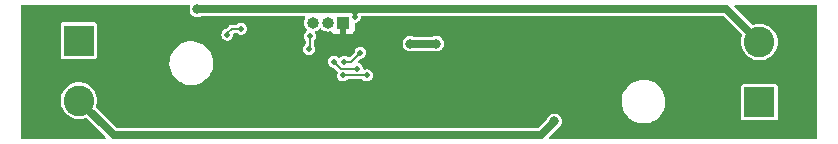
<source format=gbr>
%TF.GenerationSoftware,KiCad,Pcbnew,7.0.7*%
%TF.CreationDate,2023-10-02T21:32:42+02:00*%
%TF.ProjectId,circuitBreaker2.0,63697263-7569-4744-9272-65616b657232,rev?*%
%TF.SameCoordinates,Original*%
%TF.FileFunction,Copper,L2,Bot*%
%TF.FilePolarity,Positive*%
%FSLAX46Y46*%
G04 Gerber Fmt 4.6, Leading zero omitted, Abs format (unit mm)*
G04 Created by KiCad (PCBNEW 7.0.7) date 2023-10-02 21:32:42*
%MOMM*%
%LPD*%
G01*
G04 APERTURE LIST*
%TA.AperFunction,ComponentPad*%
%ADD10R,2.600000X2.600000*%
%TD*%
%TA.AperFunction,ComponentPad*%
%ADD11C,2.600000*%
%TD*%
%TA.AperFunction,ComponentPad*%
%ADD12R,1.000000X1.000000*%
%TD*%
%TA.AperFunction,ComponentPad*%
%ADD13O,1.000000X1.000000*%
%TD*%
%TA.AperFunction,ViaPad*%
%ADD14C,0.500000*%
%TD*%
%TA.AperFunction,ViaPad*%
%ADD15C,0.800000*%
%TD*%
%TA.AperFunction,Conductor*%
%ADD16C,0.200000*%
%TD*%
%TA.AperFunction,Conductor*%
%ADD17C,0.700000*%
%TD*%
G04 APERTURE END LIST*
D10*
%TO.P,J103,1,Pin_1*%
%TO.N,Net-(D106-A)*%
X148805000Y-74545000D03*
D11*
%TO.P,J103,2,Pin_2*%
%TO.N,Net-(D110-A)*%
X148805000Y-69465000D03*
%TD*%
D10*
%TO.P,J104,1,Pin_1*%
%TO.N,Net-(D110-A)*%
X91195000Y-69337000D03*
D11*
%TO.P,J104,2,Pin_2*%
%TO.N,Net-(D108-A)*%
X91195000Y-74417000D03*
%TD*%
D12*
%TO.P,J105,1,Pin_1*%
%TO.N,GND*%
X113538000Y-67818000D03*
D13*
%TO.P,J105,2,Pin_2*%
%TO.N,+5V*%
X112268000Y-67818000D03*
%TO.P,J105,3,Pin_3*%
%TO.N,/UDPI*%
X110998000Y-67818000D03*
%TD*%
D14*
%TO.N,/CS*%
X115570000Y-72273826D03*
X113538000Y-72273826D03*
%TO.N,GND*%
X126111000Y-69977000D03*
X131445000Y-67818000D03*
X112522000Y-73279000D03*
X117475000Y-72136000D03*
X109474000Y-75184000D03*
X114935000Y-73787000D03*
X96139000Y-68580000D03*
X133350000Y-69850000D03*
X152146000Y-75819000D03*
X143002000Y-71628000D03*
X138811000Y-67564000D03*
X131318000Y-69977000D03*
X128016000Y-69977000D03*
X127889000Y-75819000D03*
X151511000Y-67437000D03*
X106426000Y-67691000D03*
X138811000Y-68453000D03*
X99314000Y-74041000D03*
X135001000Y-69850000D03*
X111252000Y-73152000D03*
X123317000Y-68072000D03*
X135509000Y-76200000D03*
X107823000Y-70358000D03*
X117602000Y-76327000D03*
X136525000Y-71247000D03*
X131318000Y-74168000D03*
X104140000Y-67564000D03*
X106045000Y-73152000D03*
X114554000Y-76200000D03*
X88138000Y-67818000D03*
X144018000Y-75819000D03*
X108839000Y-69342000D03*
X112649000Y-75819000D03*
X102616000Y-74676000D03*
X88519000Y-76200000D03*
X127762000Y-73279000D03*
X124841000Y-68072000D03*
X102870000Y-71501000D03*
X145796000Y-69977000D03*
X117729000Y-73279000D03*
X101346000Y-68072000D03*
X117602000Y-74422000D03*
X143129000Y-68199000D03*
X109601000Y-73660000D03*
X134874000Y-73914000D03*
X100711000Y-76327000D03*
X127508000Y-67818000D03*
X105537000Y-75184000D03*
X104140000Y-73787000D03*
X108839000Y-70358000D03*
X107823000Y-69342000D03*
X118364000Y-69977000D03*
X97536000Y-75946000D03*
X94996000Y-70612000D03*
X116078000Y-70104000D03*
X117221000Y-68961000D03*
X133350000Y-74168000D03*
X144018000Y-67691000D03*
%TO.N,+5V*%
X103759000Y-68834000D03*
X104922926Y-68332500D03*
D15*
%TO.N,Net-(D108-A)*%
X131445000Y-76168000D03*
%TO.N,Net-(D110-A)*%
X101219000Y-66699500D03*
D14*
X114554000Y-67310000D03*
D15*
%TO.N,Net-(Q102-B)*%
X119253000Y-69596000D03*
X121451500Y-69596000D03*
D14*
%TO.N,/ON{slash}OFF*%
X112776000Y-71120000D03*
X114771500Y-71724326D03*
X110672500Y-70052500D03*
X110744000Y-68953500D03*
%TO.N,/power control*%
X115029000Y-70358000D03*
X113672500Y-71120000D03*
%TD*%
D16*
%TO.N,/CS*%
X113538000Y-72273826D02*
X115570000Y-72273826D01*
%TO.N,+5V*%
X104133500Y-68332500D02*
X104922926Y-68332500D01*
X103759000Y-68834000D02*
X103759000Y-68707000D01*
X103759000Y-68707000D02*
X104133500Y-68332500D01*
D17*
%TO.N,Net-(D108-A)*%
X131445000Y-76168000D02*
X131445000Y-76200000D01*
X94128000Y-77350000D02*
X91195000Y-74417000D01*
X130295000Y-77350000D02*
X94128000Y-77350000D01*
X131445000Y-76200000D02*
X130295000Y-77350000D01*
%TO.N,Net-(D110-A)*%
X148805000Y-69465000D02*
X145990000Y-66650000D01*
X145990000Y-66650000D02*
X115189000Y-66650000D01*
X114046000Y-66650000D02*
X101268500Y-66650000D01*
D16*
X114554000Y-67158000D02*
X114046000Y-66650000D01*
X114554000Y-67310000D02*
X114554000Y-67170500D01*
D17*
X101268500Y-66650000D02*
X101219000Y-66699500D01*
X115189000Y-66650000D02*
X114046000Y-66650000D01*
D16*
X115074500Y-66650000D02*
X115189000Y-66650000D01*
X114554000Y-67170500D02*
X115074500Y-66650000D01*
X114554000Y-67310000D02*
X114554000Y-67158000D01*
D17*
%TO.N,Net-(Q102-B)*%
X119253000Y-69596000D02*
X121451500Y-69596000D01*
D16*
%TO.N,/ON{slash}OFF*%
X113380326Y-71724326D02*
X114771500Y-71724326D01*
X112776000Y-71120000D02*
X113380326Y-71724326D01*
X110744000Y-69981000D02*
X110672500Y-70052500D01*
X110744000Y-68953500D02*
X110744000Y-69981000D01*
%TO.N,/power control*%
X113672500Y-71120000D02*
X114267000Y-71120000D01*
X114267000Y-71120000D02*
X115029000Y-70358000D01*
%TD*%
%TA.AperFunction,Conductor*%
%TO.N,GND*%
G36*
X100562004Y-66320185D02*
G01*
X100607759Y-66372989D01*
X100617703Y-66442147D01*
X100610907Y-66468471D01*
X100582763Y-66542681D01*
X100563722Y-66699499D01*
X100563722Y-66699500D01*
X100582762Y-66856318D01*
X100638780Y-67004023D01*
X100728517Y-67134030D01*
X100846760Y-67238783D01*
X100846762Y-67238784D01*
X100986634Y-67312196D01*
X101140014Y-67350000D01*
X101140015Y-67350000D01*
X101297985Y-67350000D01*
X101451365Y-67312196D01*
X101541852Y-67264703D01*
X101599478Y-67250500D01*
X110243865Y-67250500D01*
X110310904Y-67270185D01*
X110356659Y-67322989D01*
X110366603Y-67392147D01*
X110348859Y-67440472D01*
X110317545Y-67490307D01*
X110261685Y-67649943D01*
X110242751Y-67817997D01*
X110242751Y-67818002D01*
X110261685Y-67986056D01*
X110317545Y-68145694D01*
X110317547Y-68145697D01*
X110407518Y-68288884D01*
X110407523Y-68288890D01*
X110472766Y-68354133D01*
X110506251Y-68415456D01*
X110501267Y-68485148D01*
X110459395Y-68541081D01*
X110452127Y-68546128D01*
X110412873Y-68571355D01*
X110318623Y-68680126D01*
X110318622Y-68680128D01*
X110258834Y-68811043D01*
X110238353Y-68953500D01*
X110258834Y-69095956D01*
X110313723Y-69216143D01*
X110318623Y-69226873D01*
X110363213Y-69278333D01*
X110392238Y-69341888D01*
X110393500Y-69359535D01*
X110393500Y-69569147D01*
X110373815Y-69636186D01*
X110346856Y-69663148D01*
X110348072Y-69664552D01*
X110341366Y-69670362D01*
X110247125Y-69779122D01*
X110247122Y-69779128D01*
X110187334Y-69910043D01*
X110166853Y-70052499D01*
X110166853Y-70052500D01*
X110169797Y-70072981D01*
X110187334Y-70194956D01*
X110226367Y-70280424D01*
X110247123Y-70325873D01*
X110341372Y-70434643D01*
X110462447Y-70512453D01*
X110462450Y-70512454D01*
X110462449Y-70512454D01*
X110600536Y-70552999D01*
X110600538Y-70553000D01*
X110600539Y-70553000D01*
X110744462Y-70553000D01*
X110744462Y-70552999D01*
X110882553Y-70512453D01*
X111003628Y-70434643D01*
X111097877Y-70325873D01*
X111157665Y-70194957D01*
X111178147Y-70052500D01*
X111157665Y-69910043D01*
X111105705Y-69796269D01*
X111094500Y-69744758D01*
X111094500Y-69596000D01*
X118597721Y-69596000D01*
X118616762Y-69752818D01*
X118659350Y-69865112D01*
X118672780Y-69900523D01*
X118762517Y-70030530D01*
X118880760Y-70135283D01*
X118880762Y-70135284D01*
X119020634Y-70208696D01*
X119174014Y-70246500D01*
X119174015Y-70246500D01*
X119331985Y-70246500D01*
X119485365Y-70208696D01*
X119492377Y-70206037D01*
X119493069Y-70207862D01*
X119539166Y-70196500D01*
X121165334Y-70196500D01*
X121211430Y-70207862D01*
X121212123Y-70206037D01*
X121219134Y-70208696D01*
X121372514Y-70246500D01*
X121372515Y-70246500D01*
X121530485Y-70246500D01*
X121683865Y-70208696D01*
X121762558Y-70167394D01*
X121823740Y-70135283D01*
X121941983Y-70030530D01*
X122031720Y-69900523D01*
X122087737Y-69752818D01*
X122106778Y-69596000D01*
X122087737Y-69439182D01*
X122086508Y-69435942D01*
X122032659Y-69293954D01*
X122031720Y-69291477D01*
X121941983Y-69161470D01*
X121823740Y-69056717D01*
X121823738Y-69056716D01*
X121823737Y-69056715D01*
X121683865Y-68983303D01*
X121530486Y-68945500D01*
X121530485Y-68945500D01*
X121372515Y-68945500D01*
X121372514Y-68945500D01*
X121219134Y-68983303D01*
X121212123Y-68985963D01*
X121211430Y-68984137D01*
X121165334Y-68995500D01*
X119539166Y-68995500D01*
X119493069Y-68984137D01*
X119492377Y-68985963D01*
X119485365Y-68983303D01*
X119331986Y-68945500D01*
X119331985Y-68945500D01*
X119174015Y-68945500D01*
X119174014Y-68945500D01*
X119020634Y-68983303D01*
X118880762Y-69056715D01*
X118762516Y-69161471D01*
X118672781Y-69291475D01*
X118672780Y-69291476D01*
X118616762Y-69439181D01*
X118597721Y-69595999D01*
X118597721Y-69596000D01*
X111094500Y-69596000D01*
X111094500Y-69359535D01*
X111114185Y-69292496D01*
X111124782Y-69278337D01*
X111169377Y-69226873D01*
X111229165Y-69095957D01*
X111249647Y-68953500D01*
X111229165Y-68811043D01*
X111205357Y-68758911D01*
X111175851Y-68694302D01*
X111165907Y-68625143D01*
X111194932Y-68561587D01*
X111247690Y-68525749D01*
X111325690Y-68498456D01*
X111325693Y-68498453D01*
X111325697Y-68498452D01*
X111468884Y-68408481D01*
X111468885Y-68408480D01*
X111468890Y-68408477D01*
X111545319Y-68332047D01*
X111606642Y-68298563D01*
X111676334Y-68303547D01*
X111720681Y-68332048D01*
X111797109Y-68408476D01*
X111797115Y-68408481D01*
X111940302Y-68498452D01*
X111940305Y-68498454D01*
X111940309Y-68498455D01*
X111940310Y-68498456D01*
X112012913Y-68523860D01*
X112099943Y-68554314D01*
X112267997Y-68573249D01*
X112268000Y-68573249D01*
X112268003Y-68573249D01*
X112436052Y-68554314D01*
X112436052Y-68554313D01*
X112436059Y-68554313D01*
X112472537Y-68541548D01*
X112542311Y-68537986D01*
X112602939Y-68572714D01*
X112612755Y-68584279D01*
X112680809Y-68675187D01*
X112680812Y-68675190D01*
X112795906Y-68761350D01*
X112795913Y-68761354D01*
X112930620Y-68811596D01*
X112930627Y-68811598D01*
X112990155Y-68817999D01*
X112990172Y-68818000D01*
X113288000Y-68818000D01*
X113288000Y-68251709D01*
X113307685Y-68184670D01*
X113360489Y-68138915D01*
X113429647Y-68128971D01*
X113433481Y-68129584D01*
X113509564Y-68143000D01*
X113509568Y-68143000D01*
X113566432Y-68143000D01*
X113566436Y-68143000D01*
X113642469Y-68129593D01*
X113711906Y-68137337D01*
X113766136Y-68181393D01*
X113787938Y-68247774D01*
X113788000Y-68251709D01*
X113788000Y-68818000D01*
X114085828Y-68818000D01*
X114085844Y-68817999D01*
X114145372Y-68811598D01*
X114145379Y-68811596D01*
X114280086Y-68761354D01*
X114280093Y-68761350D01*
X114395187Y-68675190D01*
X114395190Y-68675187D01*
X114481350Y-68560093D01*
X114481354Y-68560086D01*
X114531596Y-68425379D01*
X114531598Y-68425372D01*
X114537999Y-68365844D01*
X114538000Y-68365827D01*
X114538000Y-67929153D01*
X114557685Y-67862114D01*
X114610489Y-67816359D01*
X114627066Y-67810176D01*
X114764050Y-67769954D01*
X114764050Y-67769953D01*
X114764053Y-67769953D01*
X114885128Y-67692143D01*
X114979377Y-67583373D01*
X115039165Y-67452457D01*
X115052911Y-67356853D01*
X115081936Y-67293297D01*
X115140714Y-67255523D01*
X115175649Y-67250500D01*
X145689903Y-67250500D01*
X145756942Y-67270185D01*
X145777584Y-67286819D01*
X147310977Y-68820212D01*
X147344462Y-68881535D01*
X147339478Y-68951227D01*
X147337858Y-68955345D01*
X147329114Y-68976456D01*
X147325828Y-68984388D01*
X147283314Y-69161470D01*
X147268853Y-69221702D01*
X147249706Y-69465000D01*
X147268853Y-69708297D01*
X147268853Y-69708300D01*
X147268854Y-69708302D01*
X147314408Y-69898047D01*
X147325830Y-69945619D01*
X147419222Y-70171089D01*
X147546737Y-70379173D01*
X147546738Y-70379176D01*
X147563517Y-70398821D01*
X147705241Y-70564759D01*
X147802601Y-70647912D01*
X147890823Y-70723261D01*
X147890826Y-70723262D01*
X148098910Y-70850777D01*
X148324381Y-70944169D01*
X148324378Y-70944169D01*
X148324384Y-70944170D01*
X148324388Y-70944172D01*
X148561698Y-71001146D01*
X148805000Y-71020294D01*
X149048302Y-71001146D01*
X149285612Y-70944172D01*
X149511089Y-70850777D01*
X149719179Y-70723259D01*
X149904759Y-70564759D01*
X150063259Y-70379179D01*
X150190777Y-70171089D01*
X150284172Y-69945612D01*
X150341146Y-69708302D01*
X150360294Y-69465000D01*
X150341146Y-69221698D01*
X150284172Y-68984388D01*
X150280887Y-68976457D01*
X150190777Y-68758910D01*
X150069268Y-68560627D01*
X150063261Y-68550825D01*
X150063261Y-68550823D01*
X149978735Y-68451856D01*
X149904759Y-68365241D01*
X149732399Y-68218032D01*
X149719176Y-68206738D01*
X149719173Y-68206737D01*
X149511089Y-68079222D01*
X149285618Y-67985830D01*
X149285621Y-67985830D01*
X149155432Y-67954574D01*
X149048302Y-67928854D01*
X149048300Y-67928853D01*
X149048297Y-67928853D01*
X148805000Y-67909706D01*
X148561702Y-67928853D01*
X148532229Y-67935928D01*
X148324388Y-67985828D01*
X148324386Y-67985828D01*
X148324385Y-67985829D01*
X148304608Y-67994021D01*
X148298846Y-67996408D01*
X148295345Y-67997858D01*
X148225875Y-68005326D01*
X148163396Y-67974050D01*
X148160212Y-67970977D01*
X146701416Y-66512181D01*
X146667931Y-66450858D01*
X146672915Y-66381166D01*
X146714787Y-66325233D01*
X146780251Y-66300816D01*
X146789097Y-66300500D01*
X153575500Y-66300500D01*
X153642539Y-66320185D01*
X153688294Y-66372989D01*
X153699500Y-66424500D01*
X153699500Y-77575500D01*
X153679815Y-77642539D01*
X153627011Y-77688294D01*
X153575500Y-77699500D01*
X131094097Y-77699500D01*
X131027058Y-77679815D01*
X130981303Y-77627011D01*
X130971359Y-77557853D01*
X131000384Y-77494297D01*
X131006416Y-77487819D01*
X131137619Y-77356615D01*
X131740152Y-76754081D01*
X131770206Y-76731968D01*
X131817236Y-76707285D01*
X131817235Y-76707285D01*
X131817240Y-76707283D01*
X131935483Y-76602530D01*
X132025220Y-76472523D01*
X132081237Y-76324818D01*
X132100278Y-76168000D01*
X132081237Y-76011182D01*
X132073602Y-75991051D01*
X132055280Y-75942739D01*
X132025220Y-75863477D01*
X131935483Y-75733470D01*
X131817240Y-75628717D01*
X131817238Y-75628716D01*
X131817237Y-75628715D01*
X131677365Y-75555303D01*
X131523986Y-75517500D01*
X131523985Y-75517500D01*
X131366015Y-75517500D01*
X131366014Y-75517500D01*
X131212634Y-75555303D01*
X131072762Y-75628715D01*
X130954516Y-75733471D01*
X130864779Y-75863478D01*
X130832972Y-75947343D01*
X130804712Y-75991051D01*
X130082584Y-76713181D01*
X130021261Y-76746666D01*
X129994903Y-76749500D01*
X94428097Y-76749500D01*
X94361058Y-76729815D01*
X94340416Y-76713181D01*
X92689022Y-75061787D01*
X92655537Y-75000464D01*
X92660521Y-74930772D01*
X92662123Y-74926698D01*
X92674172Y-74897612D01*
X92731146Y-74660302D01*
X92738429Y-74567763D01*
X137145787Y-74567763D01*
X137175413Y-74837013D01*
X137175415Y-74837024D01*
X137234176Y-75061787D01*
X137243928Y-75099088D01*
X137349870Y-75348390D01*
X137453077Y-75517500D01*
X137490979Y-75579605D01*
X137490986Y-75579615D01*
X137664253Y-75787819D01*
X137664259Y-75787824D01*
X137755610Y-75869674D01*
X137865998Y-75968582D01*
X138091910Y-76118044D01*
X138337176Y-76233020D01*
X138337183Y-76233022D01*
X138337185Y-76233023D01*
X138596557Y-76311057D01*
X138596564Y-76311058D01*
X138596569Y-76311060D01*
X138864561Y-76350500D01*
X138864566Y-76350500D01*
X139067636Y-76350500D01*
X139119133Y-76346730D01*
X139270156Y-76335677D01*
X139382758Y-76310593D01*
X139534546Y-76276782D01*
X139534548Y-76276781D01*
X139534553Y-76276780D01*
X139787558Y-76180014D01*
X140023777Y-76047441D01*
X140238177Y-75881888D01*
X140249949Y-75869678D01*
X147254500Y-75869678D01*
X147269032Y-75942735D01*
X147269033Y-75942739D01*
X147275987Y-75953146D01*
X147324399Y-76025601D01*
X147407260Y-76080966D01*
X147407264Y-76080967D01*
X147480321Y-76095499D01*
X147480324Y-76095500D01*
X147480326Y-76095500D01*
X150129676Y-76095500D01*
X150129677Y-76095499D01*
X150202740Y-76080966D01*
X150285601Y-76025601D01*
X150340966Y-75942740D01*
X150355500Y-75869674D01*
X150355500Y-73220326D01*
X150355500Y-73220325D01*
X150355500Y-73220323D01*
X150355499Y-73220321D01*
X150340967Y-73147264D01*
X150340966Y-73147260D01*
X150321490Y-73118112D01*
X150285601Y-73064399D01*
X150202740Y-73009034D01*
X150202739Y-73009033D01*
X150202735Y-73009032D01*
X150129677Y-72994500D01*
X150129674Y-72994500D01*
X147480326Y-72994500D01*
X147480323Y-72994500D01*
X147407264Y-73009032D01*
X147407260Y-73009033D01*
X147324399Y-73064399D01*
X147269033Y-73147260D01*
X147269032Y-73147264D01*
X147254500Y-73220321D01*
X147254500Y-75869678D01*
X140249949Y-75869678D01*
X140426186Y-75686881D01*
X140583799Y-75466579D01*
X140657787Y-75322669D01*
X140707649Y-75225690D01*
X140707651Y-75225684D01*
X140707656Y-75225675D01*
X140795118Y-74969305D01*
X140844319Y-74702933D01*
X140854212Y-74432235D01*
X140824586Y-74162982D01*
X140756072Y-73900912D01*
X140650130Y-73651610D01*
X140509018Y-73420390D01*
X140507845Y-73418981D01*
X140335746Y-73212180D01*
X140335740Y-73212175D01*
X140134002Y-73031418D01*
X139908092Y-72881957D01*
X139872009Y-72865042D01*
X139662824Y-72766980D01*
X139662819Y-72766978D01*
X139662814Y-72766976D01*
X139403442Y-72688942D01*
X139403428Y-72688939D01*
X139287791Y-72671921D01*
X139135439Y-72649500D01*
X138932369Y-72649500D01*
X138932364Y-72649500D01*
X138729844Y-72664323D01*
X138729831Y-72664325D01*
X138465453Y-72723217D01*
X138465446Y-72723220D01*
X138212439Y-72819987D01*
X137976226Y-72952557D01*
X137761822Y-73118112D01*
X137573822Y-73313109D01*
X137573816Y-73313116D01*
X137416202Y-73533419D01*
X137416199Y-73533424D01*
X137292350Y-73774309D01*
X137292343Y-73774327D01*
X137204884Y-74030685D01*
X137204881Y-74030699D01*
X137155681Y-74297068D01*
X137155680Y-74297075D01*
X137145787Y-74567763D01*
X92738429Y-74567763D01*
X92750294Y-74417000D01*
X92731146Y-74173698D01*
X92674172Y-73936388D01*
X92659480Y-73900917D01*
X92580777Y-73710910D01*
X92453262Y-73502826D01*
X92453261Y-73502823D01*
X92382851Y-73420384D01*
X92294759Y-73317241D01*
X92171742Y-73212175D01*
X92109176Y-73158738D01*
X92109173Y-73158737D01*
X91901089Y-73031222D01*
X91675618Y-72937830D01*
X91675621Y-72937830D01*
X91569992Y-72912470D01*
X91438302Y-72880854D01*
X91438300Y-72880853D01*
X91438297Y-72880853D01*
X91195000Y-72861706D01*
X90951702Y-72880853D01*
X90714380Y-72937830D01*
X90488910Y-73031222D01*
X90280826Y-73158737D01*
X90280823Y-73158738D01*
X90095241Y-73317241D01*
X89936738Y-73502823D01*
X89936737Y-73502826D01*
X89809222Y-73710910D01*
X89715830Y-73936380D01*
X89658853Y-74173702D01*
X89639706Y-74417000D01*
X89658853Y-74660297D01*
X89658853Y-74660300D01*
X89658854Y-74660302D01*
X89701280Y-74837018D01*
X89715830Y-74897619D01*
X89809222Y-75123089D01*
X89936737Y-75331173D01*
X89936738Y-75331176D01*
X89990449Y-75394063D01*
X90095241Y-75516759D01*
X90226325Y-75628715D01*
X90280823Y-75675261D01*
X90280826Y-75675262D01*
X90488910Y-75802777D01*
X90714381Y-75896169D01*
X90714378Y-75896169D01*
X90714384Y-75896170D01*
X90714388Y-75896172D01*
X90951698Y-75953146D01*
X91195000Y-75972294D01*
X91438302Y-75953146D01*
X91675612Y-75896172D01*
X91704655Y-75884141D01*
X91774121Y-75876673D01*
X91836601Y-75907947D01*
X91839787Y-75911022D01*
X93416584Y-77487819D01*
X93450069Y-77549142D01*
X93445085Y-77618834D01*
X93403213Y-77674767D01*
X93337749Y-77699184D01*
X93328903Y-77699500D01*
X86424500Y-77699500D01*
X86357461Y-77679815D01*
X86311706Y-77627011D01*
X86300500Y-77575500D01*
X86300500Y-71314763D01*
X98856787Y-71314763D01*
X98886413Y-71584013D01*
X98886415Y-71584024D01*
X98954926Y-71846082D01*
X98954928Y-71846088D01*
X99060870Y-72095390D01*
X99082828Y-72131369D01*
X99201979Y-72326605D01*
X99201986Y-72326615D01*
X99375253Y-72534819D01*
X99375259Y-72534824D01*
X99480240Y-72628887D01*
X99576998Y-72715582D01*
X99802910Y-72865044D01*
X100048176Y-72980020D01*
X100048183Y-72980022D01*
X100048185Y-72980023D01*
X100307557Y-73058057D01*
X100307564Y-73058058D01*
X100307569Y-73058060D01*
X100575561Y-73097500D01*
X100575566Y-73097500D01*
X100778636Y-73097500D01*
X100830133Y-73093730D01*
X100981156Y-73082677D01*
X101093758Y-73057593D01*
X101245546Y-73023782D01*
X101245548Y-73023781D01*
X101245553Y-73023780D01*
X101498558Y-72927014D01*
X101734777Y-72794441D01*
X101949177Y-72628888D01*
X102137186Y-72433881D01*
X102294799Y-72213579D01*
X102404374Y-72000454D01*
X102418649Y-71972690D01*
X102418651Y-71972684D01*
X102418656Y-71972675D01*
X102506118Y-71716305D01*
X102555319Y-71449933D01*
X102565212Y-71179235D01*
X102558694Y-71120000D01*
X112270353Y-71120000D01*
X112290834Y-71262456D01*
X112327245Y-71342183D01*
X112350623Y-71393373D01*
X112444872Y-71502143D01*
X112565947Y-71579953D01*
X112565950Y-71579954D01*
X112565949Y-71579954D01*
X112704036Y-71620499D01*
X112704038Y-71620500D01*
X112704039Y-71620500D01*
X112729456Y-71620500D01*
X112796495Y-71640185D01*
X112817137Y-71656819D01*
X113066839Y-71906521D01*
X113100324Y-71967844D01*
X113095340Y-72037536D01*
X113091953Y-72045713D01*
X113052834Y-72131371D01*
X113032353Y-72273825D01*
X113052834Y-72416282D01*
X113106969Y-72534819D01*
X113112623Y-72547199D01*
X113206872Y-72655969D01*
X113327947Y-72733779D01*
X113327950Y-72733780D01*
X113327949Y-72733780D01*
X113466036Y-72774325D01*
X113466038Y-72774326D01*
X113466039Y-72774326D01*
X113609962Y-72774326D01*
X113609962Y-72774325D01*
X113748053Y-72733779D01*
X113869128Y-72655969D01*
X113869136Y-72655959D01*
X113870688Y-72654616D01*
X113872572Y-72653755D01*
X113876589Y-72651174D01*
X113876960Y-72651751D01*
X113934243Y-72625589D01*
X113951895Y-72624326D01*
X115156105Y-72624326D01*
X115223144Y-72644011D01*
X115237312Y-72654616D01*
X115238866Y-72655963D01*
X115238872Y-72655969D01*
X115359947Y-72733779D01*
X115359950Y-72733780D01*
X115359949Y-72733780D01*
X115498036Y-72774325D01*
X115498038Y-72774326D01*
X115498039Y-72774326D01*
X115641962Y-72774326D01*
X115641962Y-72774325D01*
X115780053Y-72733779D01*
X115901128Y-72655969D01*
X115995377Y-72547199D01*
X116055165Y-72416283D01*
X116075647Y-72273826D01*
X116055165Y-72131369D01*
X115995377Y-72000453D01*
X115901128Y-71891683D01*
X115780053Y-71813873D01*
X115780051Y-71813872D01*
X115780049Y-71813871D01*
X115780050Y-71813871D01*
X115641963Y-71773326D01*
X115641961Y-71773326D01*
X115498039Y-71773326D01*
X115498036Y-71773326D01*
X115430160Y-71793256D01*
X115360290Y-71793256D01*
X115301513Y-71755481D01*
X115272488Y-71691925D01*
X115256665Y-71581869D01*
X115196877Y-71450954D01*
X115196876Y-71450952D01*
X115195985Y-71449924D01*
X115102628Y-71342183D01*
X114981553Y-71264373D01*
X114981551Y-71264372D01*
X114981549Y-71264371D01*
X114981550Y-71264371D01*
X114901282Y-71240803D01*
X114842503Y-71203029D01*
X114813478Y-71139474D01*
X114823421Y-71070315D01*
X114848531Y-71034149D01*
X114987863Y-70894816D01*
X115049185Y-70861334D01*
X115075543Y-70858500D01*
X115100962Y-70858500D01*
X115100962Y-70858499D01*
X115239053Y-70817953D01*
X115360128Y-70740143D01*
X115454377Y-70631373D01*
X115514165Y-70500457D01*
X115534647Y-70358000D01*
X115514165Y-70215543D01*
X115454377Y-70084627D01*
X115360128Y-69975857D01*
X115239053Y-69898047D01*
X115239051Y-69898046D01*
X115239049Y-69898045D01*
X115239050Y-69898045D01*
X115100963Y-69857500D01*
X115100961Y-69857500D01*
X114957039Y-69857500D01*
X114957036Y-69857500D01*
X114818949Y-69898045D01*
X114697873Y-69975856D01*
X114603623Y-70084626D01*
X114603622Y-70084628D01*
X114543834Y-70215543D01*
X114527552Y-70328788D01*
X114498526Y-70392343D01*
X114492495Y-70398821D01*
X114165499Y-70725818D01*
X114104176Y-70759303D01*
X114034485Y-70754319D01*
X114010779Y-70742452D01*
X113882555Y-70660047D01*
X113882550Y-70660045D01*
X113744463Y-70619500D01*
X113744461Y-70619500D01*
X113600539Y-70619500D01*
X113600536Y-70619500D01*
X113462449Y-70660045D01*
X113341372Y-70737857D01*
X113317960Y-70764875D01*
X113259181Y-70802648D01*
X113189312Y-70802646D01*
X113130536Y-70764871D01*
X113107128Y-70737857D01*
X112986053Y-70660047D01*
X112986051Y-70660046D01*
X112986049Y-70660045D01*
X112986050Y-70660045D01*
X112847963Y-70619500D01*
X112847961Y-70619500D01*
X112704039Y-70619500D01*
X112704036Y-70619500D01*
X112565949Y-70660045D01*
X112444873Y-70737856D01*
X112444872Y-70737856D01*
X112444872Y-70737857D01*
X112432290Y-70752377D01*
X112350623Y-70846626D01*
X112350622Y-70846628D01*
X112290834Y-70977543D01*
X112270353Y-71120000D01*
X102558694Y-71120000D01*
X102535586Y-70909982D01*
X102467072Y-70647912D01*
X102361130Y-70398610D01*
X102220018Y-70167390D01*
X102193299Y-70135284D01*
X102046746Y-69959180D01*
X102046740Y-69959175D01*
X101845002Y-69778418D01*
X101619092Y-69628957D01*
X101548786Y-69595999D01*
X101373824Y-69513980D01*
X101373819Y-69513978D01*
X101373814Y-69513976D01*
X101114442Y-69435942D01*
X101114428Y-69435939D01*
X100998791Y-69418921D01*
X100846439Y-69396500D01*
X100643369Y-69396500D01*
X100643364Y-69396500D01*
X100440844Y-69411323D01*
X100440831Y-69411325D01*
X100176453Y-69470217D01*
X100176446Y-69470220D01*
X99923439Y-69566987D01*
X99687226Y-69699557D01*
X99687224Y-69699558D01*
X99687223Y-69699559D01*
X99628688Y-69744758D01*
X99472822Y-69865112D01*
X99284822Y-70060109D01*
X99284816Y-70060116D01*
X99127202Y-70280419D01*
X99127199Y-70280424D01*
X99003350Y-70521309D01*
X99003343Y-70521327D01*
X98915884Y-70777685D01*
X98915881Y-70777699D01*
X98866681Y-71044068D01*
X98866680Y-71044075D01*
X98856787Y-71314763D01*
X86300500Y-71314763D01*
X86300500Y-70661678D01*
X89644500Y-70661678D01*
X89659032Y-70734735D01*
X89659033Y-70734739D01*
X89662644Y-70740143D01*
X89714399Y-70817601D01*
X89775610Y-70858500D01*
X89797260Y-70872966D01*
X89797264Y-70872967D01*
X89870321Y-70887499D01*
X89870324Y-70887500D01*
X89870326Y-70887500D01*
X92519676Y-70887500D01*
X92519677Y-70887499D01*
X92592740Y-70872966D01*
X92675601Y-70817601D01*
X92730966Y-70734740D01*
X92745500Y-70661674D01*
X92745500Y-68834000D01*
X103253353Y-68834000D01*
X103273834Y-68976456D01*
X103310488Y-69056715D01*
X103333623Y-69107373D01*
X103427872Y-69216143D01*
X103548947Y-69293953D01*
X103548950Y-69293954D01*
X103548949Y-69293954D01*
X103687036Y-69334499D01*
X103687038Y-69334500D01*
X103687039Y-69334500D01*
X103830962Y-69334500D01*
X103830962Y-69334499D01*
X103969053Y-69293953D01*
X104090128Y-69216143D01*
X104184377Y-69107373D01*
X104244165Y-68976457D01*
X104264647Y-68834000D01*
X104263302Y-68824646D01*
X104273245Y-68755489D01*
X104319000Y-68702685D01*
X104386039Y-68683000D01*
X104509031Y-68683000D01*
X104576070Y-68702685D01*
X104590238Y-68713290D01*
X104591792Y-68714637D01*
X104591798Y-68714643D01*
X104712873Y-68792453D01*
X104712876Y-68792454D01*
X104712875Y-68792454D01*
X104850962Y-68832999D01*
X104850964Y-68833000D01*
X104850965Y-68833000D01*
X104994888Y-68833000D01*
X104994888Y-68832999D01*
X105132979Y-68792453D01*
X105254054Y-68714643D01*
X105348303Y-68605873D01*
X105408091Y-68474957D01*
X105428573Y-68332500D01*
X105408091Y-68190043D01*
X105348303Y-68059127D01*
X105254054Y-67950357D01*
X105132979Y-67872547D01*
X105132977Y-67872546D01*
X105132975Y-67872545D01*
X105132976Y-67872545D01*
X104994889Y-67832000D01*
X104994887Y-67832000D01*
X104850965Y-67832000D01*
X104850962Y-67832000D01*
X104712875Y-67872545D01*
X104591802Y-67950354D01*
X104591800Y-67950355D01*
X104591798Y-67950357D01*
X104591796Y-67950358D01*
X104590238Y-67951710D01*
X104588353Y-67952570D01*
X104584337Y-67955152D01*
X104583965Y-67954574D01*
X104526683Y-67980737D01*
X104509031Y-67982000D01*
X104182711Y-67982000D01*
X104157265Y-67979361D01*
X104148185Y-67977457D01*
X104148184Y-67977457D01*
X104148182Y-67977457D01*
X104115561Y-67981523D01*
X104107885Y-67982000D01*
X104104460Y-67982000D01*
X104082957Y-67985587D01*
X104032108Y-67991926D01*
X104025070Y-67994021D01*
X104018122Y-67996406D01*
X103973055Y-68020795D01*
X103927012Y-68043303D01*
X103921066Y-68047548D01*
X103915242Y-68052081D01*
X103880542Y-68089775D01*
X103638321Y-68331995D01*
X103585578Y-68363290D01*
X103548951Y-68374045D01*
X103548945Y-68374048D01*
X103427873Y-68451856D01*
X103333623Y-68560626D01*
X103333622Y-68560628D01*
X103273834Y-68691543D01*
X103253353Y-68834000D01*
X92745500Y-68834000D01*
X92745500Y-68012326D01*
X92740275Y-67986059D01*
X92730967Y-67939264D01*
X92730966Y-67939260D01*
X92711219Y-67909706D01*
X92675601Y-67856399D01*
X92592740Y-67801034D01*
X92592739Y-67801033D01*
X92592735Y-67801032D01*
X92519677Y-67786500D01*
X92519674Y-67786500D01*
X89870326Y-67786500D01*
X89870323Y-67786500D01*
X89797264Y-67801032D01*
X89797260Y-67801033D01*
X89714399Y-67856399D01*
X89659033Y-67939260D01*
X89659032Y-67939264D01*
X89644500Y-68012321D01*
X89644500Y-70661678D01*
X86300500Y-70661678D01*
X86300500Y-66424500D01*
X86320185Y-66357461D01*
X86372989Y-66311706D01*
X86424500Y-66300500D01*
X100494965Y-66300500D01*
X100562004Y-66320185D01*
G37*
%TD.AperFunction*%
%TD*%
M02*

</source>
